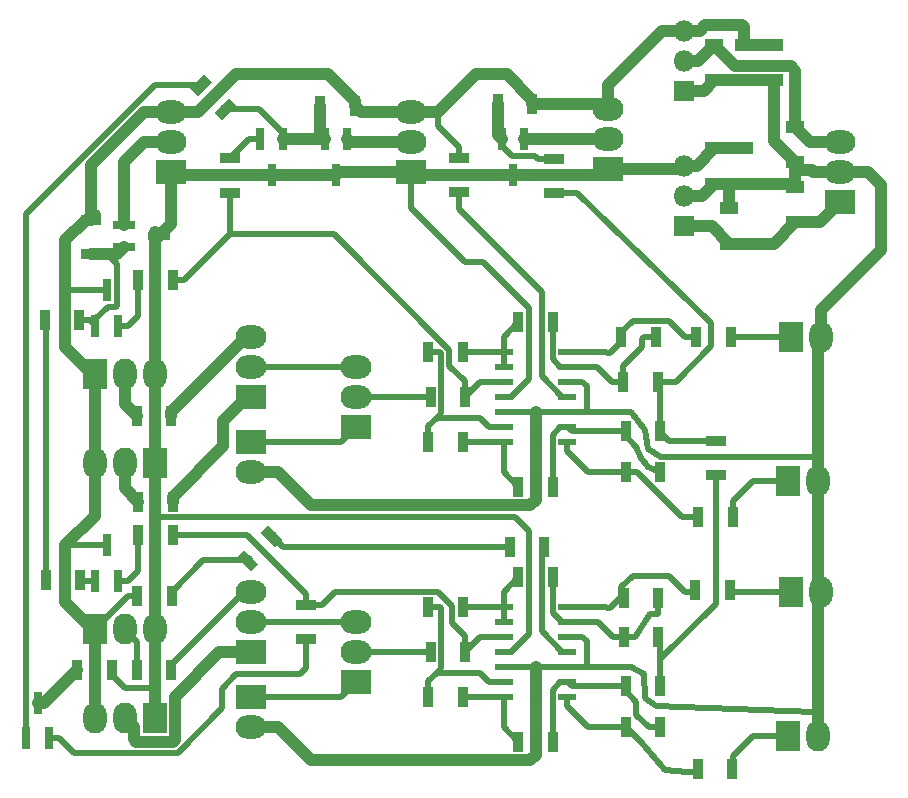
<source format=gbr>
G04 #@! TF.GenerationSoftware,KiCad,Pcbnew,5.0.2-bee76a0~70~ubuntu18.04.1*
G04 #@! TF.CreationDate,2020-03-08T10:39:04+01:00*
G04 #@! TF.ProjectId,diff_buffer,64696666-5f62-4756-9666-65722e6b6963,rev?*
G04 #@! TF.SameCoordinates,Original*
G04 #@! TF.FileFunction,Copper,L1,Top*
G04 #@! TF.FilePolarity,Positive*
%FSLAX46Y46*%
G04 Gerber Fmt 4.6, Leading zero omitted, Abs format (unit mm)*
G04 Created by KiCad (PCBNEW 5.0.2-bee76a0~70~ubuntu18.04.1) date sön  8 mar 2020 10:39:04*
%MOMM*%
%LPD*%
G01*
G04 APERTURE LIST*
G04 #@! TA.AperFunction,SMDPad,CuDef*
%ADD10R,0.900000X1.700000*%
G04 #@! TD*
G04 #@! TA.AperFunction,SMDPad,CuDef*
%ADD11R,1.500000X0.600000*%
G04 #@! TD*
G04 #@! TA.AperFunction,ComponentPad*
%ADD12R,2.600000X2.000000*%
G04 #@! TD*
G04 #@! TA.AperFunction,ComponentPad*
%ADD13O,2.600000X2.000000*%
G04 #@! TD*
G04 #@! TA.AperFunction,ComponentPad*
%ADD14R,2.000000X2.600000*%
G04 #@! TD*
G04 #@! TA.AperFunction,ComponentPad*
%ADD15O,2.000000X2.600000*%
G04 #@! TD*
G04 #@! TA.AperFunction,SMDPad,CuDef*
%ADD16R,0.800000X1.900000*%
G04 #@! TD*
G04 #@! TA.AperFunction,SMDPad,CuDef*
%ADD17R,1.600000X1.000000*%
G04 #@! TD*
G04 #@! TA.AperFunction,SMDPad,CuDef*
%ADD18R,1.900000X0.800000*%
G04 #@! TD*
G04 #@! TA.AperFunction,SMDPad,CuDef*
%ADD19R,1.700000X0.900000*%
G04 #@! TD*
G04 #@! TA.AperFunction,ComponentPad*
%ADD20R,1.800000X1.800000*%
G04 #@! TD*
G04 #@! TA.AperFunction,ComponentPad*
%ADD21O,1.800000X1.800000*%
G04 #@! TD*
G04 #@! TA.AperFunction,SMDPad,CuDef*
%ADD22C,0.900000*%
G04 #@! TD*
G04 #@! TA.AperFunction,Conductor*
%ADD23C,0.100000*%
G04 #@! TD*
G04 #@! TA.AperFunction,Conductor*
%ADD24C,1.000000*%
G04 #@! TD*
G04 #@! TA.AperFunction,Conductor*
%ADD25C,0.500000*%
G04 #@! TD*
G04 APERTURE END LIST*
D10*
G04 #@! TO.P,R35,2*
G04 #@! TO.N,Net-(R33-Pad1)*
X175715000Y-119634000D03*
G04 #@! TO.P,R35,1*
G04 #@! TO.N,Net-(J7-Pad1)*
X178615000Y-119634000D03*
G04 #@! TD*
G04 #@! TO.P,R32,1*
G04 #@! TO.N,Net-(R32-Pad1)*
X169799000Y-131191000D03*
G04 #@! TO.P,R32,2*
G04 #@! TO.N,Net-(R26-Pad1)*
X172699000Y-131191000D03*
G04 #@! TD*
G04 #@! TO.P,R34,1*
G04 #@! TO.N,Net-(J6-Pad1)*
X178816000Y-134747000D03*
G04 #@! TO.P,R34,2*
G04 #@! TO.N,Net-(R32-Pad1)*
X175916000Y-134747000D03*
G04 #@! TD*
D11*
G04 #@! TO.P,U4,1*
G04 #@! TO.N,Net-(R24-Pad2)*
X159479000Y-121031000D03*
G04 #@! TO.P,U4,2*
X159479000Y-122301000D03*
G04 #@! TO.P,U4,3*
G04 #@! TO.N,Net-(R21-Pad1)*
X159479000Y-123571000D03*
G04 #@! TO.P,U4,4*
G04 #@! TO.N,+15V*
X159479000Y-124841000D03*
G04 #@! TO.P,U4,5*
G04 #@! TO.N,GND*
X159479000Y-126111000D03*
G04 #@! TO.P,U4,6*
G04 #@! TO.N,Net-(R24-Pad1)*
X159479000Y-127381000D03*
G04 #@! TO.P,U4,7*
G04 #@! TO.N,Net-(R25-Pad1)*
X159479000Y-128651000D03*
G04 #@! TO.P,U4,8*
G04 #@! TO.N,Net-(R32-Pad1)*
X164879000Y-128651000D03*
G04 #@! TO.P,U4,9*
G04 #@! TO.N,Net-(R26-Pad1)*
X164879000Y-127381000D03*
G04 #@! TO.P,U4,10*
G04 #@! TO.N,GND*
X164879000Y-126111000D03*
G04 #@! TO.P,U4,11*
G04 #@! TO.N,Net-(R31-Pad2)*
X164879000Y-124841000D03*
G04 #@! TO.P,U4,12*
G04 #@! TO.N,GND*
X164879000Y-123571000D03*
G04 #@! TO.P,U4,13*
G04 #@! TO.N,Net-(R29-Pad1)*
X164879000Y-122301000D03*
G04 #@! TO.P,U4,14*
G04 #@! TO.N,Net-(R33-Pad1)*
X164879000Y-121031000D03*
G04 #@! TD*
D10*
G04 #@! TO.P,R22,2*
G04 #@! TO.N,Net-(Q6-Pad2)*
X128545000Y-114935000D03*
G04 #@! TO.P,R22,1*
G04 #@! TO.N,Net-(R21-Pad1)*
X131445000Y-114935000D03*
G04 #@! TD*
D12*
G04 #@! TO.P,J5,1*
G04 #@! TO.N,Net-(BNC_INT2-Pad1)*
X138049000Y-128651000D03*
D13*
G04 #@! TO.P,J5,2*
G04 #@! TO.N,GND*
X138049000Y-131191000D03*
G04 #@! TD*
D14*
G04 #@! TO.P,J6,1*
G04 #@! TO.N,Net-(J6-Pad1)*
X183515000Y-131953000D03*
D15*
G04 #@! TO.P,J6,2*
G04 #@! TO.N,GND*
X186055000Y-131953000D03*
G04 #@! TD*
D13*
G04 #@! TO.P,LEVEL2,3*
G04 #@! TO.N,Net-(LEVEL2-Pad3)*
X138049000Y-119761000D03*
G04 #@! TO.P,LEVEL2,2*
G04 #@! TO.N,Net-(BNC_INT2-Pad3)*
X138049000Y-122301000D03*
D12*
G04 #@! TO.P,LEVEL2,1*
G04 #@! TO.N,Net-(LEVEL2-Pad1)*
X138049000Y-124841000D03*
G04 #@! TD*
D10*
G04 #@! TO.P,R29,2*
G04 #@! TO.N,Net-(R27-Pad2)*
X172572000Y-123571000D03*
G04 #@! TO.P,R29,1*
G04 #@! TO.N,Net-(R29-Pad1)*
X169672000Y-123571000D03*
G04 #@! TD*
D15*
G04 #@! TO.P,J7,2*
G04 #@! TO.N,GND*
X186309000Y-119761000D03*
D14*
G04 #@! TO.P,J7,1*
G04 #@! TO.N,Net-(J7-Pad1)*
X183769000Y-119761000D03*
G04 #@! TD*
D10*
G04 #@! TO.P,R24,1*
G04 #@! TO.N,Net-(R24-Pad1)*
X153109000Y-121031000D03*
G04 #@! TO.P,R24,2*
G04 #@! TO.N,Net-(R24-Pad2)*
X156009000Y-121031000D03*
G04 #@! TD*
G04 #@! TO.P,R21,1*
G04 #@! TO.N,Net-(R21-Pad1)*
X156189000Y-124841000D03*
G04 #@! TO.P,R21,2*
G04 #@! TO.N,Net-(BNC_INT2-Pad2)*
X153289000Y-124841000D03*
G04 #@! TD*
G04 #@! TO.P,R30,1*
G04 #@! TO.N,Net-(R29-Pad1)*
X163629000Y-118491000D03*
G04 #@! TO.P,R30,2*
G04 #@! TO.N,Net-(R24-Pad2)*
X160729000Y-118491000D03*
G04 #@! TD*
D14*
G04 #@! TO.P,RV3,1*
G04 #@! TO.N,-15V*
X124841000Y-122936000D03*
D15*
G04 #@! TO.P,RV3,2*
G04 #@! TO.N,Net-(R20-Pad2)*
X127381000Y-122936000D03*
G04 #@! TO.P,RV3,3*
G04 #@! TO.N,+15V*
X129921000Y-122936000D03*
G04 #@! TD*
D14*
G04 #@! TO.P,RV4,1*
G04 #@! TO.N,+15V*
X129921000Y-130429000D03*
D15*
G04 #@! TO.P,RV4,2*
G04 #@! TO.N,Net-(LEVEL2-Pad1)*
X127381000Y-130429000D03*
G04 #@! TO.P,RV4,3*
G04 #@! TO.N,-15V*
X124841000Y-130429000D03*
G04 #@! TD*
D10*
G04 #@! TO.P,R26,1*
G04 #@! TO.N,Net-(R26-Pad1)*
X163629000Y-132461000D03*
G04 #@! TO.P,R26,2*
G04 #@! TO.N,Net-(R25-Pad1)*
X160729000Y-132461000D03*
G04 #@! TD*
G04 #@! TO.P,R27,2*
G04 #@! TO.N,Net-(R27-Pad2)*
X172720000Y-127762000D03*
G04 #@! TO.P,R27,1*
G04 #@! TO.N,Net-(R26-Pad1)*
X169820000Y-127762000D03*
G04 #@! TD*
D12*
G04 #@! TO.P,BNC_INT2,1*
G04 #@! TO.N,Net-(BNC_INT2-Pad1)*
X146939000Y-127381000D03*
D13*
G04 #@! TO.P,BNC_INT2,2*
G04 #@! TO.N,Net-(BNC_INT2-Pad2)*
X146939000Y-124841000D03*
G04 #@! TO.P,BNC_INT2,3*
G04 #@! TO.N,Net-(BNC_INT2-Pad3)*
X146939000Y-122301000D03*
G04 #@! TD*
D16*
G04 #@! TO.P,Q6,1*
G04 #@! TO.N,Net-(Q6-Pad1)*
X124907000Y-118797333D03*
G04 #@! TO.P,Q6,2*
G04 #@! TO.N,Net-(Q6-Pad2)*
X126807000Y-118797333D03*
G04 #@! TO.P,Q6,3*
G04 #@! TO.N,-15V*
X125857000Y-115797333D03*
G04 #@! TD*
D10*
G04 #@! TO.P,R25,2*
G04 #@! TO.N,Net-(R24-Pad1)*
X153109000Y-128651000D03*
G04 #@! TO.P,R25,1*
G04 #@! TO.N,Net-(R25-Pad1)*
X156009000Y-128651000D03*
G04 #@! TD*
G04 #@! TO.P,R3,1*
G04 #@! TO.N,Net-(R3-Pad1)*
X156009000Y-107061000D03*
G04 #@! TO.P,R3,2*
G04 #@! TO.N,Net-(R2-Pad1)*
X153109000Y-107061000D03*
G04 #@! TD*
D16*
G04 #@! TO.P,Q1,3*
G04 #@! TO.N,-15V*
X125857000Y-94207333D03*
G04 #@! TO.P,Q1,2*
G04 #@! TO.N,Net-(Q1-Pad2)*
X126807000Y-97207333D03*
G04 #@! TO.P,Q1,1*
G04 #@! TO.N,/pos_clamp_voltage*
X124907000Y-97207333D03*
G04 #@! TD*
D13*
G04 #@! TO.P,BNC_INT1,3*
G04 #@! TO.N,Net-(BNC_INT1-Pad3)*
X146939000Y-100711000D03*
G04 #@! TO.P,BNC_INT1,2*
G04 #@! TO.N,Net-(BNC_INT1-Pad2)*
X146939000Y-103251000D03*
D12*
G04 #@! TO.P,BNC_INT1,1*
G04 #@! TO.N,Net-(BNC_INT1-Pad1)*
X146939000Y-105791000D03*
G04 #@! TD*
D10*
G04 #@! TO.P,R5,1*
G04 #@! TO.N,Net-(R4-Pad1)*
X169820000Y-106172000D03*
G04 #@! TO.P,R5,2*
G04 #@! TO.N,/offset_voltage2*
X172720000Y-106172000D03*
G04 #@! TD*
G04 #@! TO.P,R4,2*
G04 #@! TO.N,Net-(R3-Pad1)*
X160729000Y-110871000D03*
G04 #@! TO.P,R4,1*
G04 #@! TO.N,Net-(R4-Pad1)*
X163629000Y-110871000D03*
G04 #@! TD*
D13*
G04 #@! TO.P,CMM1,3*
G04 #@! TO.N,-15V*
X168275000Y-78867000D03*
G04 #@! TO.P,CMM1,2*
G04 #@! TO.N,Net-(CMM1-Pad2)*
X168275000Y-81407000D03*
D12*
G04 #@! TO.P,CMM1,1*
G04 #@! TO.N,+15V*
X168275000Y-83947000D03*
G04 #@! TD*
D16*
G04 #@! TO.P,Q3,1*
G04 #@! TO.N,Net-(CMM1-Pad2)*
X161224000Y-81431000D03*
G04 #@! TO.P,Q3,2*
G04 #@! TO.N,/offset_voltage*
X159324000Y-81431000D03*
G04 #@! TO.P,Q3,3*
G04 #@! TO.N,+15V*
X160274000Y-84431000D03*
G04 #@! TD*
D15*
G04 #@! TO.P,RV2,3*
G04 #@! TO.N,-15V*
X124841000Y-108839000D03*
G04 #@! TO.P,RV2,2*
G04 #@! TO.N,Net-(R36-Pad2)*
X127381000Y-108839000D03*
D14*
G04 #@! TO.P,RV2,1*
G04 #@! TO.N,+15V*
X129921000Y-108839000D03*
G04 #@! TD*
D17*
G04 #@! TO.P,C3,1*
G04 #@! TO.N,Net-(C2-Pad1)*
X178598078Y-90268120D03*
G04 #@! TO.P,C3,2*
G04 #@! TO.N,GND*
X178598078Y-87268120D03*
G04 #@! TD*
G04 #@! TO.P,C2,2*
G04 #@! TO.N,GND*
X184186078Y-85466120D03*
G04 #@! TO.P,C2,1*
G04 #@! TO.N,Net-(C2-Pad1)*
X184186078Y-88466120D03*
G04 #@! TD*
D16*
G04 #@! TO.P,Q2,3*
G04 #@! TO.N,+15V*
X139827000Y-84431000D03*
G04 #@! TO.P,Q2,2*
G04 #@! TO.N,Net-(Q2-Pad2)*
X138877000Y-81431000D03*
G04 #@! TO.P,Q2,1*
G04 #@! TO.N,/neg_clamp_voltage*
X140777000Y-81431000D03*
G04 #@! TD*
D15*
G04 #@! TO.P,RV1,3*
G04 #@! TO.N,+15V*
X129921000Y-101346000D03*
G04 #@! TO.P,RV1,2*
G04 #@! TO.N,Net-(R15-Pad2)*
X127381000Y-101346000D03*
D14*
G04 #@! TO.P,RV1,1*
G04 #@! TO.N,-15V*
X124841000Y-101346000D03*
G04 #@! TD*
D17*
G04 #@! TO.P,C6,2*
G04 #@! TO.N,GND*
X177328078Y-85188120D03*
G04 #@! TO.P,C6,1*
G04 #@! TO.N,+15V*
X177328078Y-82188120D03*
G04 #@! TD*
D10*
G04 #@! TO.P,R7,2*
G04 #@! TO.N,Net-(R2-Pad2)*
X160729000Y-96901000D03*
G04 #@! TO.P,R7,1*
G04 #@! TO.N,Net-(R6-Pad1)*
X163629000Y-96901000D03*
G04 #@! TD*
D18*
G04 #@! TO.P,Q4,3*
G04 #@! TO.N,+15V*
X130315405Y-89611333D03*
G04 #@! TO.P,Q4,2*
G04 #@! TO.N,/pos_clamp_voltage*
X127315405Y-90561333D03*
G04 #@! TO.P,Q4,1*
G04 #@! TO.N,Net-(CLAMP_H1-Pad2)*
X127315405Y-88661333D03*
G04 #@! TD*
D17*
G04 #@! TO.P,C1,1*
G04 #@! TO.N,Net-(C1-Pad1)*
X184186078Y-80386120D03*
G04 #@! TO.P,C1,2*
G04 #@! TO.N,GND*
X184186078Y-83386120D03*
G04 #@! TD*
D10*
G04 #@! TO.P,R1,2*
G04 #@! TO.N,Net-(BNC_INT1-Pad2)*
X153289000Y-103251000D03*
G04 #@! TO.P,R1,1*
G04 #@! TO.N,Net-(R1-Pad1)*
X156189000Y-103251000D03*
G04 #@! TD*
D17*
G04 #@! TO.P,C5,2*
G04 #@! TO.N,GND*
X179832000Y-76430000D03*
G04 #@! TO.P,C5,1*
G04 #@! TO.N,-15V*
X179832000Y-73430000D03*
G04 #@! TD*
D10*
G04 #@! TO.P,R2,2*
G04 #@! TO.N,Net-(R2-Pad2)*
X156009000Y-99441000D03*
G04 #@! TO.P,R2,1*
G04 #@! TO.N,Net-(R2-Pad1)*
X153109000Y-99441000D03*
G04 #@! TD*
D14*
G04 #@! TO.P,J3,1*
G04 #@! TO.N,Net-(J3-Pad1)*
X183769000Y-98171000D03*
D15*
G04 #@! TO.P,J3,2*
G04 #@! TO.N,GND*
X186309000Y-98171000D03*
G04 #@! TD*
D10*
G04 #@! TO.P,R14,1*
G04 #@! TO.N,-15V*
X146865000Y-78613000D03*
G04 #@! TO.P,R14,2*
G04 #@! TO.N,/neg_clamp_voltage*
X143965000Y-78613000D03*
G04 #@! TD*
G04 #@! TO.P,R6,1*
G04 #@! TO.N,Net-(R6-Pad1)*
X169619000Y-101981000D03*
G04 #@! TO.P,R6,2*
G04 #@! TO.N,/offset_voltage2*
X172519000Y-101981000D03*
G04 #@! TD*
D12*
G04 #@! TO.P,RV5,1*
G04 #@! TO.N,+15V*
X151638000Y-84201000D03*
D13*
G04 #@! TO.P,RV5,2*
G04 #@! TO.N,Net-(Q5-Pad1)*
X151638000Y-81661000D03*
G04 #@! TO.P,RV5,3*
G04 #@! TO.N,-15V*
X151638000Y-79121000D03*
G04 #@! TD*
D12*
G04 #@! TO.P,J4,1*
G04 #@! TO.N,Net-(C2-Pad1)*
X187996078Y-86736120D03*
D13*
G04 #@! TO.P,J4,2*
G04 #@! TO.N,GND*
X187996078Y-84196120D03*
G04 #@! TO.P,J4,3*
G04 #@! TO.N,Net-(C1-Pad1)*
X187996078Y-81656120D03*
G04 #@! TD*
D12*
G04 #@! TO.P,LEVEL1,1*
G04 #@! TO.N,Net-(LEVEL1-Pad1)*
X138049000Y-103251000D03*
D13*
G04 #@! TO.P,LEVEL1,2*
G04 #@! TO.N,Net-(BNC_INT1-Pad3)*
X138049000Y-100711000D03*
G04 #@! TO.P,LEVEL1,3*
G04 #@! TO.N,Net-(LEVEL1-Pad3)*
X138049000Y-98171000D03*
G04 #@! TD*
D16*
G04 #@! TO.P,Q5,1*
G04 #@! TO.N,Net-(Q5-Pad1)*
X146238000Y-81431000D03*
G04 #@! TO.P,Q5,2*
G04 #@! TO.N,/neg_clamp_voltage*
X144338000Y-81431000D03*
G04 #@! TO.P,Q5,3*
G04 #@! TO.N,+15V*
X145288000Y-84431000D03*
G04 #@! TD*
D17*
G04 #@! TO.P,C8,1*
G04 #@! TO.N,+15V*
X179868078Y-82188120D03*
G04 #@! TO.P,C8,2*
G04 #@! TO.N,GND*
X179868078Y-85188120D03*
G04 #@! TD*
D19*
G04 #@! TO.P,R13,1*
G04 #@! TO.N,-15V*
X124497405Y-88235333D03*
G04 #@! TO.P,R13,2*
G04 #@! TO.N,/pos_clamp_voltage*
X124497405Y-91135333D03*
G04 #@! TD*
D15*
G04 #@! TO.P,J2,2*
G04 #@! TO.N,GND*
X186055000Y-110363000D03*
D14*
G04 #@! TO.P,J2,1*
G04 #@! TO.N,Net-(J2-Pad1)*
X183515000Y-110363000D03*
G04 #@! TD*
D12*
G04 #@! TO.P,CLAMP_H1,1*
G04 #@! TO.N,+15V*
X131318000Y-84201000D03*
D13*
G04 #@! TO.P,CLAMP_H1,2*
G04 #@! TO.N,Net-(CLAMP_H1-Pad2)*
X131318000Y-81661000D03*
G04 #@! TO.P,CLAMP_H1,3*
G04 #@! TO.N,-15V*
X131318000Y-79121000D03*
G04 #@! TD*
G04 #@! TO.P,J1,2*
G04 #@! TO.N,GND*
X138049000Y-109601000D03*
D12*
G04 #@! TO.P,J1,1*
G04 #@! TO.N,Net-(BNC_INT1-Pad1)*
X138049000Y-107061000D03*
G04 #@! TD*
D17*
G04 #@! TO.P,C7,1*
G04 #@! TO.N,-15V*
X182408078Y-73430000D03*
G04 #@! TO.P,C7,2*
G04 #@! TO.N,GND*
X182408078Y-76430000D03*
G04 #@! TD*
G04 #@! TO.P,C4,2*
G04 #@! TO.N,GND*
X177328078Y-76430000D03*
G04 #@! TO.P,C4,1*
G04 #@! TO.N,Net-(C1-Pad1)*
X177328078Y-73430000D03*
G04 #@! TD*
D11*
G04 #@! TO.P,U1,14*
G04 #@! TO.N,Net-(R11-Pad2)*
X164879000Y-99441000D03*
G04 #@! TO.P,U1,13*
G04 #@! TO.N,Net-(R6-Pad1)*
X164879000Y-100711000D03*
G04 #@! TO.P,U1,12*
G04 #@! TO.N,GND*
X164879000Y-101981000D03*
G04 #@! TO.P,U1,11*
G04 #@! TO.N,Net-(R18-Pad2)*
X164879000Y-103251000D03*
G04 #@! TO.P,U1,10*
G04 #@! TO.N,GND*
X164879000Y-104521000D03*
G04 #@! TO.P,U1,9*
G04 #@! TO.N,Net-(R4-Pad1)*
X164879000Y-105791000D03*
G04 #@! TO.P,U1,8*
G04 #@! TO.N,Net-(R10-Pad2)*
X164879000Y-107061000D03*
G04 #@! TO.P,U1,7*
G04 #@! TO.N,Net-(R3-Pad1)*
X159479000Y-107061000D03*
G04 #@! TO.P,U1,6*
G04 #@! TO.N,Net-(R2-Pad1)*
X159479000Y-105791000D03*
G04 #@! TO.P,U1,5*
G04 #@! TO.N,GND*
X159479000Y-104521000D03*
G04 #@! TO.P,U1,4*
G04 #@! TO.N,+15V*
X159479000Y-103251000D03*
G04 #@! TO.P,U1,3*
G04 #@! TO.N,Net-(R1-Pad1)*
X159479000Y-101981000D03*
G04 #@! TO.P,U1,2*
G04 #@! TO.N,Net-(R2-Pad2)*
X159479000Y-100711000D03*
G04 #@! TO.P,U1,1*
X159479000Y-99441000D03*
G04 #@! TD*
D10*
G04 #@! TO.P,R9,1*
G04 #@! TO.N,Net-(R11-Pad2)*
X169439000Y-98171000D03*
G04 #@! TO.P,R9,2*
G04 #@! TO.N,Net-(R6-Pad1)*
X172339000Y-98171000D03*
G04 #@! TD*
G04 #@! TO.P,R11,2*
G04 #@! TO.N,Net-(R11-Pad2)*
X175789000Y-98171000D03*
G04 #@! TO.P,R11,1*
G04 #@! TO.N,Net-(J3-Pad1)*
X178689000Y-98171000D03*
G04 #@! TD*
G04 #@! TO.P,R8,2*
G04 #@! TO.N,Net-(R4-Pad1)*
X172699000Y-109601000D03*
G04 #@! TO.P,R8,1*
G04 #@! TO.N,Net-(R10-Pad2)*
X169799000Y-109601000D03*
G04 #@! TD*
G04 #@! TO.P,R10,1*
G04 #@! TO.N,Net-(J2-Pad1)*
X178869000Y-113411000D03*
G04 #@! TO.P,R10,2*
G04 #@! TO.N,Net-(R10-Pad2)*
X175969000Y-113411000D03*
G04 #@! TD*
G04 #@! TO.P,R12,2*
G04 #@! TO.N,/offset_voltage*
X159004000Y-78486000D03*
G04 #@! TO.P,R12,1*
G04 #@! TO.N,-15V*
X161904000Y-78486000D03*
G04 #@! TD*
D20*
G04 #@! TO.P,U2,1*
G04 #@! TO.N,Net-(C2-Pad1)*
X174788078Y-88768120D03*
D21*
G04 #@! TO.P,U2,2*
G04 #@! TO.N,GND*
X174788078Y-86228120D03*
G04 #@! TO.P,U2,3*
G04 #@! TO.N,+15V*
X174788078Y-83688120D03*
G04 #@! TD*
G04 #@! TO.P,U3,3*
G04 #@! TO.N,-15V*
X174788078Y-72258120D03*
G04 #@! TO.P,U3,2*
G04 #@! TO.N,Net-(C1-Pad1)*
X174788078Y-74798120D03*
D20*
G04 #@! TO.P,U3,1*
G04 #@! TO.N,GND*
X174788078Y-77338120D03*
G04 #@! TD*
D10*
G04 #@! TO.P,R15,2*
G04 #@! TO.N,Net-(R15-Pad2)*
X128397000Y-104902000D03*
G04 #@! TO.P,R15,1*
G04 #@! TO.N,Net-(LEVEL1-Pad3)*
X131297000Y-104902000D03*
G04 #@! TD*
G04 #@! TO.P,R16,1*
G04 #@! TO.N,Net-(R1-Pad1)*
X131445000Y-93345000D03*
G04 #@! TO.P,R16,2*
G04 #@! TO.N,Net-(Q1-Pad2)*
X128545000Y-93345000D03*
G04 #@! TD*
D19*
G04 #@! TO.P,R17,2*
G04 #@! TO.N,Net-(R1-Pad1)*
X136271000Y-85958000D03*
G04 #@! TO.P,R17,1*
G04 #@! TO.N,Net-(Q2-Pad2)*
X136271000Y-83058000D03*
G04 #@! TD*
G04 #@! TO.P,R18,2*
G04 #@! TO.N,Net-(R18-Pad2)*
X155702000Y-85905000D03*
G04 #@! TO.P,R18,1*
G04 #@! TO.N,-15V*
X155702000Y-83005000D03*
G04 #@! TD*
G04 #@! TO.P,R19,2*
G04 #@! TO.N,/offset_voltage2*
X163703000Y-85979000D03*
G04 #@! TO.P,R19,1*
G04 #@! TO.N,/offset_voltage*
X163703000Y-83079000D03*
G04 #@! TD*
D16*
G04 #@! TO.P,Q7,3*
G04 #@! TO.N,Net-(Q7-Pad3)*
X120015000Y-129159000D03*
G04 #@! TO.P,Q7,2*
G04 #@! TO.N,Net-(Q7-Pad2)*
X120965000Y-132159000D03*
G04 #@! TO.P,Q7,1*
G04 #@! TO.N,Net-(Q7-Pad1)*
X119065000Y-132159000D03*
G04 #@! TD*
D10*
G04 #@! TO.P,R20,1*
G04 #@! TO.N,Net-(LEVEL2-Pad3)*
X131318000Y-126365000D03*
G04 #@! TO.P,R20,2*
G04 #@! TO.N,Net-(R20-Pad2)*
X128418000Y-126365000D03*
G04 #@! TD*
D19*
G04 #@! TO.P,R23,2*
G04 #@! TO.N,Net-(R21-Pad1)*
X142748000Y-120851000D03*
G04 #@! TO.P,R23,1*
G04 #@! TO.N,Net-(Q7-Pad2)*
X142748000Y-123751000D03*
G04 #@! TD*
G04 #@! TO.P,R28,2*
G04 #@! TO.N,Net-(R27-Pad2)*
X177419000Y-109855000D03*
G04 #@! TO.P,R28,1*
G04 #@! TO.N,/offset_voltage2*
X177419000Y-106955000D03*
G04 #@! TD*
D10*
G04 #@! TO.P,R31,1*
G04 #@! TO.N,Net-(R31-Pad1)*
X160020000Y-115951000D03*
G04 #@! TO.P,R31,2*
G04 #@! TO.N,Net-(R31-Pad2)*
X162920000Y-115951000D03*
G04 #@! TD*
G04 #@! TO.P,R33,2*
G04 #@! TO.N,Net-(R29-Pad1)*
X172572000Y-120269000D03*
G04 #@! TO.P,R33,1*
G04 #@! TO.N,Net-(R33-Pad1)*
X169672000Y-120269000D03*
G04 #@! TD*
G04 #@! TO.P,R36,2*
G04 #@! TO.N,Net-(R36-Pad2)*
X128545000Y-112141000D03*
G04 #@! TO.P,R36,1*
G04 #@! TO.N,Net-(LEVEL1-Pad1)*
X131445000Y-112141000D03*
G04 #@! TD*
G04 #@! TO.P,R37,1*
G04 #@! TO.N,Net-(R37-Pad1)*
X120650000Y-96774000D03*
G04 #@! TO.P,R37,2*
G04 #@! TO.N,/pos_clamp_voltage*
X123550000Y-96774000D03*
G04 #@! TD*
G04 #@! TO.P,R38,2*
G04 #@! TO.N,Net-(R37-Pad1)*
X120724000Y-118745000D03*
G04 #@! TO.P,R38,1*
G04 #@! TO.N,Net-(Q6-Pad1)*
X123624000Y-118745000D03*
G04 #@! TD*
D22*
G04 #@! TO.P,R39,2*
G04 #@! TO.N,/neg_clamp_voltage*
X135908610Y-78885610D03*
D23*
G04 #@! TD*
G04 #@! TO.N,/neg_clamp_voltage*
G04 #@! TO.C,R39*
G36*
X134989371Y-79168453D02*
X136191453Y-77966371D01*
X136827849Y-78602767D01*
X135625767Y-79804849D01*
X134989371Y-79168453D01*
X134989371Y-79168453D01*
G37*
D22*
G04 #@! TO.P,R39,1*
G04 #@! TO.N,Net-(Q7-Pad1)*
X133858000Y-76835000D03*
D23*
G04 #@! TD*
G04 #@! TO.N,Net-(Q7-Pad1)*
G04 #@! TO.C,R39*
G36*
X132938761Y-77117843D02*
X134140843Y-75915761D01*
X134777239Y-76552157D01*
X133575157Y-77754239D01*
X132938761Y-77117843D01*
X132938761Y-77117843D01*
G37*
D10*
G04 #@! TO.P,R40,2*
G04 #@! TO.N,+15V*
X126291000Y-126365000D03*
G04 #@! TO.P,R40,1*
G04 #@! TO.N,Net-(Q7-Pad3)*
X123391000Y-126365000D03*
G04 #@! TD*
D22*
G04 #@! TO.P,R41,1*
G04 #@! TO.N,Net-(R41-Pad1)*
X137795000Y-117094000D03*
D23*
G04 #@! TD*
G04 #@! TO.N,Net-(R41-Pad1)*
G04 #@! TO.C,R41*
G36*
X138077843Y-118013239D02*
X136875761Y-116811157D01*
X137512157Y-116174761D01*
X138714239Y-117376843D01*
X138077843Y-118013239D01*
X138077843Y-118013239D01*
G37*
D22*
G04 #@! TO.P,R41,2*
G04 #@! TO.N,Net-(R31-Pad1)*
X139845610Y-115043390D03*
D23*
G04 #@! TD*
G04 #@! TO.N,Net-(R31-Pad1)*
G04 #@! TO.C,R41*
G36*
X140128453Y-115962629D02*
X138926371Y-114760547D01*
X139562767Y-114124151D01*
X140764849Y-115326233D01*
X140128453Y-115962629D01*
X140128453Y-115962629D01*
G37*
D10*
G04 #@! TO.P,R42,2*
G04 #@! TO.N,Net-(R41-Pad1)*
X131371000Y-120142000D03*
G04 #@! TO.P,R42,1*
G04 #@! TO.N,-15V*
X128471000Y-120142000D03*
G04 #@! TD*
D24*
G04 #@! TO.N,GND*
X176419958Y-77338120D02*
X177328078Y-76430000D01*
X174788078Y-77338120D02*
X176419958Y-77338120D01*
X177328078Y-76430000D02*
X179832000Y-76430000D01*
X179832000Y-76430000D02*
X182408078Y-76430000D01*
X182408078Y-81608120D02*
X184186078Y-83386120D01*
X182408078Y-76430000D02*
X182408078Y-81608120D01*
X185696078Y-84196120D02*
X185573958Y-84074000D01*
X187996078Y-84196120D02*
X185696078Y-84196120D01*
X185573958Y-84074000D02*
X184186078Y-84074000D01*
X184186078Y-83386120D02*
X184186078Y-84074000D01*
X184186078Y-84074000D02*
X184186078Y-85466120D01*
X183908078Y-85188120D02*
X184186078Y-85466120D01*
X179868078Y-85188120D02*
X183908078Y-85188120D01*
X176288078Y-86228120D02*
X177328078Y-85188120D01*
X174788078Y-86228120D02*
X176288078Y-86228120D01*
X178598078Y-85224198D02*
X178562000Y-85188120D01*
X178598078Y-87268120D02*
X178598078Y-85224198D01*
X179868078Y-85188120D02*
X178562000Y-85188120D01*
X178562000Y-85188120D02*
X177328078Y-85188120D01*
X186055000Y-98425000D02*
X186309000Y-98171000D01*
X186055000Y-110363000D02*
X186055000Y-98425000D01*
X190296078Y-84196120D02*
X191389000Y-85289042D01*
X187996078Y-84196120D02*
X190296078Y-84196120D01*
X186309000Y-95871000D02*
X186309000Y-98171000D01*
X191389000Y-90791000D02*
X186309000Y-95871000D01*
X191389000Y-85289042D02*
X191389000Y-90791000D01*
X161739001Y-112421001D02*
X162179000Y-111981002D01*
X162179000Y-111981002D02*
X162179000Y-104521000D01*
X143169001Y-112421001D02*
X161739001Y-112421001D01*
X140349000Y-109601000D02*
X143169001Y-112421001D01*
X138049000Y-109601000D02*
X140349000Y-109601000D01*
D25*
X162179000Y-104521000D02*
X164879000Y-104521000D01*
X159479000Y-104521000D02*
X162179000Y-104521000D01*
X166497000Y-102349000D02*
X166497000Y-104521000D01*
X164879000Y-101981000D02*
X166129000Y-101981000D01*
X164879000Y-104521000D02*
X166497000Y-104521000D01*
X166129000Y-101981000D02*
X166497000Y-102349000D01*
D24*
X162179000Y-133571002D02*
X162179000Y-126111000D01*
D25*
X159479000Y-126111000D02*
X162179000Y-126111000D01*
X162179000Y-126111000D02*
X164879000Y-126111000D01*
D24*
X140349000Y-131191000D02*
X143169001Y-134011001D01*
D25*
X166497000Y-123939000D02*
X166497000Y-126111000D01*
D24*
X138049000Y-131191000D02*
X140349000Y-131191000D01*
D25*
X164879000Y-126111000D02*
X166497000Y-126111000D01*
D24*
X161739001Y-134011001D02*
X162179000Y-133571002D01*
D25*
X166129000Y-123571000D02*
X166497000Y-123939000D01*
X164879000Y-123571000D02*
X166129000Y-123571000D01*
D24*
X143169001Y-134011001D02*
X161739001Y-134011001D01*
X186055000Y-120015000D02*
X186309000Y-119761000D01*
X186055000Y-131953000D02*
X186055000Y-120015000D01*
X186055000Y-119507000D02*
X186309000Y-119761000D01*
X186055000Y-110363000D02*
X186055000Y-119507000D01*
D25*
X170279002Y-104521000D02*
X171450000Y-106045000D01*
X186055000Y-108563000D02*
X186055000Y-110363000D01*
X166497000Y-104521000D02*
X170279002Y-104521000D01*
X171704000Y-107696000D02*
X172816999Y-108300999D01*
X171450000Y-106045000D02*
X171704000Y-107696000D01*
X172816999Y-108300999D02*
X185792999Y-108300999D01*
X185792999Y-108300999D02*
X186055000Y-108563000D01*
X170279002Y-126111000D02*
X171323000Y-126746000D01*
X166497000Y-126111000D02*
X170279002Y-126111000D01*
X171323000Y-126746000D02*
X171450000Y-128778000D01*
X171450000Y-128778000D02*
X172339000Y-129424545D01*
X172339000Y-129424545D02*
X185792999Y-129890999D01*
X186055000Y-130153000D02*
X186055000Y-131953000D01*
X185792999Y-129890999D02*
X186055000Y-130153000D01*
G04 #@! TO.N,Net-(J2-Pad1)*
X182015000Y-110363000D02*
X183515000Y-110363000D01*
X180567000Y-110363000D02*
X182015000Y-110363000D01*
X178869000Y-112061000D02*
X180567000Y-110363000D01*
X178869000Y-113411000D02*
X178869000Y-112061000D01*
G04 #@! TO.N,Net-(J6-Pad1)*
X182015000Y-131953000D02*
X183515000Y-131953000D01*
X180567000Y-131953000D02*
X182015000Y-131953000D01*
X178869000Y-135001000D02*
X178869000Y-133651000D01*
X178869000Y-133651000D02*
X180567000Y-131953000D01*
G04 #@! TO.N,Net-(J3-Pad1)*
X179639000Y-98171000D02*
X183769000Y-98171000D01*
X178689000Y-98171000D02*
X179639000Y-98171000D01*
G04 #@! TO.N,Net-(J7-Pad1)*
X179639000Y-119761000D02*
X183769000Y-119761000D01*
X178689000Y-119761000D02*
X179639000Y-119761000D01*
D24*
G04 #@! TO.N,-15V*
X179832000Y-73430000D02*
X182408078Y-73430000D01*
X176060870Y-72258120D02*
X176563990Y-71755000D01*
X174788078Y-72258120D02*
X176060870Y-72258120D01*
X179832000Y-71930000D02*
X179832000Y-73430000D01*
X179657000Y-71755000D02*
X179832000Y-71930000D01*
X176563990Y-71755000D02*
X179657000Y-71755000D01*
X161904000Y-78086000D02*
X159764000Y-75946000D01*
X161904000Y-78486000D02*
X161904000Y-78086000D01*
X157113000Y-75946000D02*
X153938000Y-79121000D01*
X153938000Y-79121000D02*
X151638000Y-79121000D01*
X159764000Y-75946000D02*
X157113000Y-75946000D01*
X147373000Y-79121000D02*
X146865000Y-78613000D01*
X151638000Y-79121000D02*
X147373000Y-79121000D01*
X146865000Y-78213000D02*
X144598000Y-75946000D01*
X146865000Y-78613000D02*
X146865000Y-78213000D01*
X133618000Y-79121000D02*
X131318000Y-79121000D01*
X136793000Y-75946000D02*
X133618000Y-79121000D01*
X144598000Y-75946000D02*
X136793000Y-75946000D01*
X124878405Y-87854333D02*
X124497405Y-88235333D01*
X124097405Y-88235333D02*
X122338405Y-89994333D01*
X124497405Y-88235333D02*
X124097405Y-88235333D01*
X122338405Y-98995333D02*
X124878405Y-101535333D01*
X129018000Y-79121000D02*
X131318000Y-79121000D01*
X124497405Y-83641595D02*
X129018000Y-79121000D01*
X124497405Y-88235333D02*
X124497405Y-83641595D01*
X124841000Y-101346000D02*
X124841000Y-108839000D01*
D25*
X124930333Y-94234000D02*
X122338405Y-94234000D01*
X124957000Y-94207333D02*
X124930333Y-94234000D01*
X125857000Y-94207333D02*
X124957000Y-94207333D01*
D24*
X122338405Y-89994333D02*
X122338405Y-94234000D01*
X122338405Y-94234000D02*
X122338405Y-98995333D01*
D25*
X153938000Y-80291000D02*
X153938000Y-79121000D01*
X155702000Y-82055000D02*
X153938000Y-80291000D01*
X155702000Y-83005000D02*
X155702000Y-82055000D01*
D24*
X167894000Y-78486000D02*
X168275000Y-78867000D01*
X161904000Y-78486000D02*
X167894000Y-78486000D01*
X173515286Y-72258120D02*
X174788078Y-72258120D01*
X172883880Y-72258120D02*
X173515286Y-72258120D01*
X168275000Y-76867000D02*
X172883880Y-72258120D01*
X168275000Y-78867000D02*
X168275000Y-76867000D01*
D25*
X125857000Y-115797333D02*
X124957000Y-115797333D01*
X124957000Y-115797333D02*
X124930333Y-115824000D01*
D24*
X124841000Y-122936000D02*
X124841000Y-130429000D01*
X122338405Y-120585333D02*
X124878405Y-123125333D01*
D25*
X124930333Y-115824000D02*
X122338405Y-115824000D01*
D24*
X122338405Y-115824000D02*
X122338405Y-120585333D01*
X124841000Y-113321405D02*
X124841000Y-108839000D01*
X122338405Y-115824000D02*
X124841000Y-113321405D01*
D25*
X127635000Y-120142000D02*
X124841000Y-122936000D01*
X128471000Y-120142000D02*
X127635000Y-120142000D01*
G04 #@! TO.N,Net-(Q1-Pad2)*
X128545000Y-94695000D02*
X128545000Y-93345000D01*
X128545000Y-96369333D02*
X128545000Y-94695000D01*
X127707000Y-97207333D02*
X128545000Y-96369333D01*
X126807000Y-97207333D02*
X127707000Y-97207333D01*
G04 #@! TO.N,Net-(Q6-Pad2)*
X128545000Y-117959333D02*
X128545000Y-116285000D01*
X127707000Y-118797333D02*
X128545000Y-117959333D01*
X126807000Y-118797333D02*
X127707000Y-118797333D01*
X128545000Y-116285000D02*
X128545000Y-114935000D01*
G04 #@! TO.N,Net-(R1-Pad1)*
X157459000Y-101981000D02*
X156189000Y-103251000D01*
X159479000Y-101981000D02*
X157459000Y-101981000D01*
D24*
G04 #@! TO.N,/pos_clamp_voltage*
X126741405Y-91135333D02*
X127315405Y-90561333D01*
D25*
X126707001Y-91985334D02*
X125857000Y-91135333D01*
X126707001Y-95517334D02*
X126707001Y-91985334D01*
X125956999Y-95607334D02*
X126617001Y-95607334D01*
X124907000Y-96657333D02*
X125956999Y-95607334D01*
X124907000Y-97207333D02*
X124907000Y-96657333D01*
D24*
X125857000Y-91135333D02*
X126741405Y-91135333D01*
D25*
X126617001Y-95607334D02*
X126707001Y-95517334D01*
D24*
X124497405Y-91135333D02*
X125857000Y-91135333D01*
D25*
X124473667Y-96774000D02*
X124907000Y-97207333D01*
X123550000Y-96774000D02*
X124473667Y-96774000D01*
D24*
G04 #@! TO.N,+15V*
X175828078Y-83688120D02*
X177328078Y-82188120D01*
X174788078Y-83688120D02*
X175828078Y-83688120D01*
X177328078Y-82188120D02*
X179868078Y-82188120D01*
X151868000Y-84431000D02*
X151638000Y-84201000D01*
X160274000Y-84431000D02*
X151868000Y-84431000D01*
X145518000Y-84201000D02*
X145288000Y-84431000D01*
X151638000Y-84201000D02*
X145518000Y-84201000D01*
X145288000Y-84431000D02*
X139827000Y-84431000D01*
X131548000Y-84431000D02*
X131318000Y-84201000D01*
X139827000Y-84431000D02*
X131548000Y-84431000D01*
X129958405Y-89254333D02*
X130315405Y-89611333D01*
X131318000Y-88608738D02*
X130315405Y-89611333D01*
X131318000Y-84201000D02*
X131318000Y-88608738D01*
X129921000Y-90005738D02*
X130315405Y-89611333D01*
X129921000Y-101346000D02*
X129921000Y-90005738D01*
X129921000Y-101346000D02*
X129921000Y-108839000D01*
D25*
X161629001Y-95690999D02*
X157759002Y-91821000D01*
X161629001Y-101691001D02*
X161629001Y-95690999D01*
X159479000Y-103251000D02*
X160069002Y-103251000D01*
X160069002Y-103251000D02*
X161629001Y-101691001D01*
X157759002Y-91821000D02*
X156210000Y-91821000D01*
X151638000Y-87249000D02*
X151638000Y-84201000D01*
X156210000Y-91821000D02*
X151638000Y-87249000D01*
D24*
X167791000Y-84431000D02*
X168275000Y-83947000D01*
X160274000Y-84431000D02*
X167791000Y-84431000D01*
X174529198Y-83947000D02*
X174788078Y-83688120D01*
X168275000Y-83947000D02*
X174529198Y-83947000D01*
D25*
X126291000Y-126765000D02*
X127415000Y-127889000D01*
X126291000Y-126365000D02*
X126291000Y-126765000D01*
D24*
X129921000Y-122936000D02*
X129921000Y-127889000D01*
D25*
X127415000Y-127889000D02*
X129921000Y-127889000D01*
D24*
X129921000Y-127889000D02*
X129921000Y-130429000D01*
X129921000Y-108839000D02*
X129921000Y-113538000D01*
X129921000Y-113538000D02*
X129921000Y-122936000D01*
D25*
X160431001Y-113441001D02*
X130017999Y-113441001D01*
X161629001Y-114639001D02*
X160431001Y-113441001D01*
X161629001Y-123281001D02*
X161629001Y-114639001D01*
X159479000Y-124841000D02*
X160069002Y-124841000D01*
X130017999Y-113441001D02*
X129921000Y-113538000D01*
X160069002Y-124841000D02*
X161629001Y-123281001D01*
D24*
G04 #@! TO.N,/neg_clamp_voltage*
X143965000Y-81058000D02*
X144338000Y-81431000D01*
X143965000Y-78613000D02*
X143965000Y-81058000D01*
X144338000Y-81431000D02*
X140777000Y-81431000D01*
D25*
X136645006Y-78885610D02*
X135908610Y-78885610D01*
X138781610Y-78885610D02*
X136645006Y-78885610D01*
X140777000Y-80881000D02*
X138781610Y-78885610D01*
X140777000Y-81431000D02*
X140777000Y-80881000D01*
D24*
G04 #@! TO.N,/offset_voltage*
X159004000Y-81111000D02*
X159324000Y-81431000D01*
X159004000Y-78486000D02*
X159004000Y-81111000D01*
D25*
X162105001Y-82831001D02*
X160174001Y-82831001D01*
X162353000Y-83079000D02*
X162105001Y-82831001D01*
X159324000Y-81981000D02*
X159324000Y-81431000D01*
X160174001Y-82831001D02*
X159324000Y-81981000D01*
X163703000Y-83079000D02*
X162353000Y-83079000D01*
G04 #@! TO.N,/offset_voltage2*
X172720000Y-102182000D02*
X172519000Y-101981000D01*
X172720000Y-106172000D02*
X172720000Y-102182000D01*
D24*
G04 #@! TO.N,Net-(Q5-Pad1)*
X146468000Y-81661000D02*
X146238000Y-81431000D01*
X151638000Y-81661000D02*
X146468000Y-81661000D01*
D25*
G04 #@! TO.N,Net-(R2-Pad1)*
X154189001Y-99571001D02*
X154189001Y-104630999D01*
X153109000Y-105711000D02*
X153109000Y-107061000D01*
X154059000Y-99441000D02*
X154189001Y-99571001D01*
X153109000Y-99441000D02*
X154059000Y-99441000D01*
X158229000Y-105791000D02*
X157461000Y-105023000D01*
X159479000Y-105791000D02*
X158229000Y-105791000D01*
X157461000Y-105023000D02*
X153797000Y-105023000D01*
X154189001Y-104630999D02*
X153797000Y-105023000D01*
X153797000Y-105023000D02*
X153109000Y-105711000D01*
G04 #@! TO.N,Net-(R24-Pad1)*
X157461000Y-126613000D02*
X153797000Y-126613000D01*
X158229000Y-127381000D02*
X157461000Y-126613000D01*
X159479000Y-127381000D02*
X158229000Y-127381000D01*
X153109000Y-127301000D02*
X153109000Y-128651000D01*
X154059000Y-121031000D02*
X154189001Y-121161001D01*
X153109000Y-121031000D02*
X154059000Y-121031000D01*
X154189001Y-126220999D02*
X153797000Y-126613000D01*
X154189001Y-121161001D02*
X154189001Y-126220999D01*
X153797000Y-126613000D02*
X153109000Y-127301000D01*
G04 #@! TO.N,Net-(R2-Pad2)*
X156009000Y-99441000D02*
X159479000Y-99441000D01*
X159479000Y-99441000D02*
X159479000Y-100711000D01*
X159479000Y-98151000D02*
X160729000Y-96901000D01*
X159479000Y-99441000D02*
X159479000Y-98151000D01*
G04 #@! TO.N,Net-(R24-Pad2)*
X159479000Y-121031000D02*
X159479000Y-122301000D01*
X159479000Y-121031000D02*
X159479000Y-119741000D01*
X159479000Y-119741000D02*
X160729000Y-118491000D01*
X156009000Y-121031000D02*
X159479000Y-121031000D01*
G04 #@! TO.N,Net-(R3-Pad1)*
X156009000Y-107061000D02*
X159479000Y-107061000D01*
X159479000Y-109621000D02*
X160729000Y-110871000D01*
X159479000Y-107061000D02*
X159479000Y-109621000D01*
G04 #@! TO.N,Net-(R25-Pad1)*
X159479000Y-128651000D02*
X159479000Y-131211000D01*
X159479000Y-131211000D02*
X160729000Y-132461000D01*
X156009000Y-128651000D02*
X159479000Y-128651000D01*
G04 #@! TO.N,Net-(R4-Pad1)*
X164288998Y-105791000D02*
X164879000Y-105791000D01*
X163629000Y-106450998D02*
X164288998Y-105791000D01*
X163629000Y-110871000D02*
X163629000Y-106450998D01*
X165260000Y-106172000D02*
X164879000Y-105791000D01*
X169820000Y-106172000D02*
X165260000Y-106172000D01*
X171704000Y-109220000D02*
X172699000Y-109601000D01*
X169820000Y-106172000D02*
X169820000Y-106572000D01*
X171069000Y-108458000D02*
X171704000Y-109220000D01*
X170699001Y-107451001D02*
X171069000Y-108458000D01*
X169820000Y-106572000D02*
X170699001Y-107451001D01*
G04 #@! TO.N,Net-(R26-Pad1)*
X171749000Y-131191000D02*
X172699000Y-131191000D01*
X169820000Y-128162000D02*
X170699001Y-129041001D01*
X170699001Y-129041001D02*
X170699001Y-130141001D01*
X169820000Y-127762000D02*
X169820000Y-128162000D01*
X163629000Y-132461000D02*
X163629000Y-128040998D01*
X163629000Y-128040998D02*
X164288998Y-127381000D01*
X165260000Y-127762000D02*
X164879000Y-127381000D01*
X164288998Y-127381000D02*
X164879000Y-127381000D01*
X170699001Y-130141001D02*
X171749000Y-131191000D01*
X169820000Y-127762000D02*
X165260000Y-127762000D01*
G04 #@! TO.N,Net-(R6-Pad1)*
X166129000Y-100711000D02*
X164879000Y-100711000D01*
X167399000Y-100711000D02*
X166129000Y-100711000D01*
X168669000Y-101981000D02*
X167399000Y-100711000D01*
X169619000Y-101981000D02*
X168669000Y-101981000D01*
X169619000Y-100631000D02*
X171196000Y-99054000D01*
X169619000Y-101981000D02*
X169619000Y-100631000D01*
X171389000Y-98171000D02*
X172339000Y-98171000D01*
X171196000Y-98364000D02*
X171389000Y-98171000D01*
X171196000Y-99054000D02*
X171196000Y-98364000D01*
X164288998Y-100711000D02*
X164879000Y-100711000D01*
X163629000Y-100051002D02*
X164288998Y-100711000D01*
X163629000Y-96901000D02*
X163629000Y-100051002D01*
G04 #@! TO.N,Net-(R10-Pad2)*
X168849000Y-109601000D02*
X169799000Y-109601000D01*
X166619000Y-109601000D02*
X168849000Y-109601000D01*
X164879000Y-107861000D02*
X166619000Y-109601000D01*
X164879000Y-107061000D02*
X164879000Y-107861000D01*
X174559000Y-113411000D02*
X175019000Y-113411000D01*
X175019000Y-113411000D02*
X175969000Y-113411000D01*
X170749000Y-109601000D02*
X174559000Y-113411000D01*
X169799000Y-109601000D02*
X170749000Y-109601000D01*
G04 #@! TO.N,Net-(R32-Pad1)*
X164879000Y-128651000D02*
X164879000Y-129451000D01*
X166619000Y-131191000D02*
X168849000Y-131191000D01*
X164879000Y-129451000D02*
X166619000Y-131191000D01*
X168849000Y-131191000D02*
X169799000Y-131191000D01*
G04 #@! TO.N,Net-(R11-Pad2)*
X169439000Y-98571000D02*
X169439000Y-98171000D01*
X168489000Y-99521000D02*
X169439000Y-98571000D01*
X168169000Y-99441000D02*
X168249000Y-99521000D01*
X168249000Y-99521000D02*
X168489000Y-99521000D01*
X164879000Y-99441000D02*
X168169000Y-99441000D01*
X173489000Y-96821000D02*
X174839000Y-98171000D01*
X170389000Y-96821000D02*
X173489000Y-96821000D01*
X169439000Y-97771000D02*
X170389000Y-96821000D01*
X174839000Y-98171000D02*
X175789000Y-98171000D01*
X169439000Y-98171000D02*
X169439000Y-97771000D01*
G04 #@! TO.N,Net-(R33-Pad1)*
X174839000Y-119761000D02*
X175789000Y-119761000D01*
X169439000Y-119761000D02*
X169439000Y-119361000D01*
X168489000Y-121111000D02*
X169439000Y-120161000D01*
X164879000Y-121031000D02*
X168169000Y-121031000D01*
X168249000Y-121111000D02*
X168489000Y-121111000D01*
X168169000Y-121031000D02*
X168249000Y-121111000D01*
X173489000Y-118411000D02*
X174839000Y-119761000D01*
X169439000Y-119361000D02*
X170389000Y-118411000D01*
X170389000Y-118411000D02*
X173489000Y-118411000D01*
X169439000Y-120161000D02*
X169439000Y-119761000D01*
G04 #@! TO.N,Net-(BNC_INT1-Pad3)*
X139849000Y-100711000D02*
X146939000Y-100711000D01*
X138049000Y-100711000D02*
X139849000Y-100711000D01*
G04 #@! TO.N,Net-(BNC_INT2-Pad3)*
X138049000Y-122301000D02*
X139849000Y-122301000D01*
X139849000Y-122301000D02*
X146939000Y-122301000D01*
G04 #@! TO.N,Net-(BNC_INT1-Pad2)*
X146939000Y-103251000D02*
X153289000Y-103251000D01*
G04 #@! TO.N,Net-(BNC_INT2-Pad2)*
X146939000Y-124841000D02*
X153289000Y-124841000D01*
G04 #@! TO.N,Net-(BNC_INT1-Pad1)*
X145669000Y-107061000D02*
X146939000Y-105791000D01*
X138049000Y-107061000D02*
X145669000Y-107061000D01*
G04 #@! TO.N,Net-(BNC_INT2-Pad1)*
X138049000Y-128651000D02*
X145669000Y-128651000D01*
X145669000Y-128651000D02*
X146939000Y-127381000D01*
D24*
G04 #@! TO.N,Net-(C1-Pad1)*
X185456078Y-81656120D02*
X184186078Y-80386120D01*
X187996078Y-81656120D02*
X185456078Y-81656120D01*
X175959958Y-74798120D02*
X177328078Y-73430000D01*
X174788078Y-74798120D02*
X175959958Y-74798120D01*
X184186078Y-78886120D02*
X184186078Y-80386120D01*
X183768070Y-75229990D02*
X184186078Y-75647998D01*
X179071988Y-75229990D02*
X183768070Y-75229990D01*
X177328078Y-73486080D02*
X179071988Y-75229990D01*
X184186078Y-75647998D02*
X184186078Y-78886120D01*
X177328078Y-73430000D02*
X177328078Y-73486080D01*
G04 #@! TO.N,Net-(C2-Pad1)*
X177098078Y-88768120D02*
X178598078Y-90268120D01*
X174788078Y-88768120D02*
X177098078Y-88768120D01*
X182384078Y-90268120D02*
X184186078Y-88466120D01*
X178598078Y-90268120D02*
X182384078Y-90268120D01*
X186266078Y-88466120D02*
X187996078Y-86736120D01*
X184186078Y-88466120D02*
X186266078Y-88466120D01*
G04 #@! TO.N,Net-(CLAMP_H1-Pad2)*
X127418405Y-88558333D02*
X127315405Y-88661333D01*
X129018000Y-81661000D02*
X131318000Y-81661000D01*
X127315405Y-83363595D02*
X129018000Y-81661000D01*
X127315405Y-88661333D02*
X127315405Y-83363595D01*
G04 #@! TO.N,Net-(CMM1-Pad2)*
X168251000Y-81431000D02*
X168275000Y-81407000D01*
X161224000Y-81431000D02*
X168251000Y-81431000D01*
G04 #@! TO.N,Net-(LEVEL1-Pad1)*
X137749000Y-103251000D02*
X138049000Y-103251000D01*
X135749000Y-105251000D02*
X137749000Y-103251000D01*
X135749000Y-107437000D02*
X135749000Y-105251000D01*
X131445000Y-111741000D02*
X135749000Y-107437000D01*
X131445000Y-112141000D02*
X131445000Y-111741000D01*
G04 #@! TO.N,Net-(LEVEL1-Pad3)*
X137884823Y-98171000D02*
X138049000Y-98171000D01*
X131297000Y-104502000D02*
X137628000Y-98171000D01*
X137628000Y-98171000D02*
X137884823Y-98171000D01*
X131297000Y-104902000D02*
X131297000Y-104502000D01*
G04 #@! TO.N,Net-(R15-Pad2)*
X127381000Y-103886000D02*
X128397000Y-104902000D01*
X127381000Y-101346000D02*
X127381000Y-103886000D01*
D25*
G04 #@! TO.N,Net-(Q2-Pad2)*
X137898000Y-81431000D02*
X136271000Y-83058000D01*
X138877000Y-81431000D02*
X137898000Y-81431000D01*
G04 #@! TO.N,Net-(R1-Pad1)*
X136271000Y-86908000D02*
X136271000Y-85958000D01*
X136271000Y-89469000D02*
X136271000Y-86908000D01*
X132395000Y-93345000D02*
X136271000Y-89469000D01*
X131445000Y-93345000D02*
X132395000Y-93345000D01*
X145076963Y-89469000D02*
X136271000Y-89469000D01*
X154889011Y-99281048D02*
X145076963Y-89469000D01*
X154889011Y-100601011D02*
X154889011Y-99281048D01*
X156189000Y-101901000D02*
X154889011Y-100601011D01*
X156189000Y-103251000D02*
X156189000Y-101901000D01*
G04 #@! TO.N,Net-(R21-Pad1)*
X157459000Y-123571000D02*
X156189000Y-124841000D01*
X159479000Y-123571000D02*
X157459000Y-123571000D01*
G04 #@! TO.N,Net-(R18-Pad2)*
X155702000Y-87376000D02*
X155702000Y-85905000D01*
X162687000Y-101509000D02*
X162687000Y-94361000D01*
X164879000Y-103251000D02*
X164429000Y-103251000D01*
X162687000Y-94361000D02*
X155702000Y-87376000D01*
X164429000Y-103251000D02*
X162687000Y-101509000D01*
G04 #@! TO.N,Net-(R31-Pad2)*
X164429000Y-124841000D02*
X162687000Y-123099000D01*
X164879000Y-124841000D02*
X164429000Y-124841000D01*
G04 #@! TO.N,Net-(LEVEL2-Pad3)*
X137522000Y-119761000D02*
X138049000Y-119761000D01*
X131318000Y-125965000D02*
X137522000Y-119761000D01*
X131318000Y-126365000D02*
X131318000Y-125965000D01*
D24*
G04 #@! TO.N,Net-(LEVEL2-Pad1)*
X135402002Y-124841000D02*
X131621001Y-128622001D01*
X138049000Y-124841000D02*
X135402002Y-124841000D01*
X128360999Y-132429001D02*
X128143000Y-132211002D01*
X131481001Y-132429001D02*
X128360999Y-132429001D01*
X131621001Y-128622001D02*
X131621001Y-132289001D01*
X131621001Y-132289001D02*
X131481001Y-132429001D01*
X128143000Y-131191000D02*
X127381000Y-130429000D01*
X128143000Y-132211002D02*
X128143000Y-131191000D01*
D25*
G04 #@! TO.N,Net-(Q7-Pad2)*
X131874508Y-133379011D02*
X135636000Y-129617519D01*
X123085011Y-133379011D02*
X131874508Y-133379011D01*
X120965000Y-132159000D02*
X121865000Y-132159000D01*
X121865000Y-132159000D02*
X123085011Y-133379011D01*
X135636000Y-127953998D02*
X136843998Y-126746000D01*
X135636000Y-129617519D02*
X135636000Y-127953998D01*
X136843998Y-126746000D02*
X142240000Y-126746000D01*
X142748000Y-126238000D02*
X142748000Y-123751000D01*
X142240000Y-126746000D02*
X142748000Y-126238000D01*
G04 #@! TO.N,Net-(R20-Pad2)*
X128418000Y-123973000D02*
X127381000Y-122936000D01*
X128418000Y-126365000D02*
X128418000Y-123973000D01*
G04 #@! TO.N,Net-(R21-Pad1)*
X132395000Y-114935000D02*
X131445000Y-114935000D01*
X137782000Y-114935000D02*
X132395000Y-114935000D01*
X142748000Y-119901000D02*
X137782000Y-114935000D01*
X142748000Y-120851000D02*
X142748000Y-119901000D01*
X156189000Y-123491000D02*
X156189000Y-124841000D01*
X155108999Y-120920997D02*
X155108999Y-122410999D01*
X153919001Y-119730999D02*
X155108999Y-120920997D01*
X145218001Y-119730999D02*
X153919001Y-119730999D01*
X144098000Y-120851000D02*
X145218001Y-119730999D01*
X155108999Y-122410999D02*
X156189000Y-123491000D01*
X142748000Y-120851000D02*
X144098000Y-120851000D01*
G04 #@! TO.N,Net-(R27-Pad2)*
X172720000Y-123772000D02*
X172519000Y-123571000D01*
X177419000Y-109855000D02*
X177419000Y-120777000D01*
X172720000Y-127762000D02*
X172720000Y-125476000D01*
X177419000Y-120777000D02*
X172720000Y-125476000D01*
X172720000Y-125476000D02*
X172720000Y-123772000D01*
G04 #@! TO.N,Net-(R29-Pad1)*
X163629000Y-121501000D02*
X163629000Y-119841000D01*
X163629000Y-119841000D02*
X163629000Y-118491000D01*
X164429000Y-122301000D02*
X163629000Y-121501000D01*
X164879000Y-122301000D02*
X164429000Y-122301000D01*
X166129000Y-122301000D02*
X164879000Y-122301000D01*
X167452000Y-122301000D02*
X166129000Y-122301000D01*
X168722000Y-123571000D02*
X167452000Y-122301000D01*
X169672000Y-123571000D02*
X168722000Y-123571000D01*
X172572000Y-121619000D02*
X172572000Y-120269000D01*
X171831000Y-121666000D02*
X172572000Y-121619000D01*
X169672000Y-123571000D02*
X170622000Y-123571000D01*
X170622000Y-123571000D02*
X171831000Y-121666000D01*
G04 #@! TO.N,Net-(R31-Pad2)*
X162687000Y-116184000D02*
X162920000Y-115951000D01*
X162687000Y-123099000D02*
X162687000Y-116184000D01*
G04 #@! TO.N,Net-(R32-Pad1)*
X175019000Y-135001000D02*
X175969000Y-135001000D01*
X173101000Y-134874000D02*
X175019000Y-135001000D01*
X169799000Y-131191000D02*
X171069000Y-132461000D01*
X171069000Y-132461000D02*
X173101000Y-134874000D01*
D24*
G04 #@! TO.N,Net-(R36-Pad2)*
X127381000Y-110977000D02*
X128545000Y-112141000D01*
X127381000Y-108839000D02*
X127381000Y-110977000D01*
D25*
G04 #@! TO.N,Net-(Q6-Pad1)*
X123676333Y-118797333D02*
X123624000Y-118745000D01*
X124907000Y-118797333D02*
X123676333Y-118797333D01*
G04 #@! TO.N,Net-(R37-Pad1)*
X120724000Y-96848000D02*
X120650000Y-96774000D01*
X120724000Y-118745000D02*
X120724000Y-96848000D01*
G04 #@! TO.N,Net-(Q7-Pad1)*
X119065000Y-130709000D02*
X119065000Y-132159000D01*
X119065000Y-87730484D02*
X119065000Y-130709000D01*
X129960484Y-76835000D02*
X119065000Y-87730484D01*
X133858000Y-76835000D02*
X129960484Y-76835000D01*
D24*
G04 #@! TO.N,Net-(Q7-Pad3)*
X120597000Y-129159000D02*
X123391000Y-126365000D01*
X120015000Y-129159000D02*
X120597000Y-129159000D01*
D25*
G04 #@! TO.N,/offset_voltage2*
X173503000Y-106955000D02*
X172720000Y-106172000D01*
X177419000Y-106955000D02*
X173503000Y-106955000D01*
X174089002Y-101981000D02*
X173469000Y-101981000D01*
X177038000Y-98933000D02*
X174089002Y-101981000D01*
X177038000Y-97028000D02*
X177038000Y-98933000D01*
X173469000Y-101981000D02*
X172519000Y-101981000D01*
X163703000Y-85979000D02*
X165707002Y-85979000D01*
X165707002Y-85979000D02*
X177038000Y-97028000D01*
G04 #@! TO.N,Net-(R31-Pad1)*
X140753220Y-115951000D02*
X139845610Y-115043390D01*
X160020000Y-115951000D02*
X140753220Y-115951000D01*
G04 #@! TO.N,Net-(R41-Pad1)*
X131371000Y-119742000D02*
X131371000Y-120142000D01*
X134019000Y-117094000D02*
X131371000Y-119742000D01*
X137795000Y-117094000D02*
X134019000Y-117094000D01*
G04 #@! TD*
M02*

</source>
